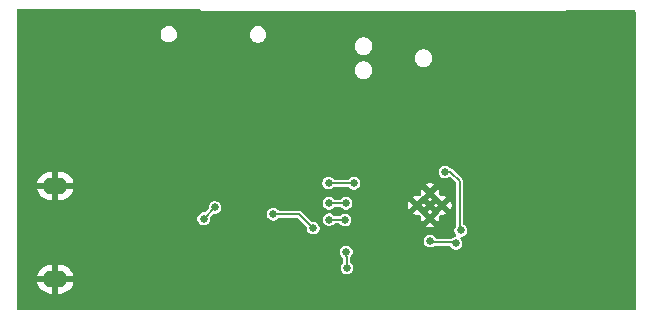
<source format=gbl>
%TF.GenerationSoftware,KiCad,Pcbnew,9.0.3*%
%TF.CreationDate,2025-09-07T13:00:31+02:00*%
%TF.ProjectId,LoTiBloxy,4c6f5469-426c-46f7-9879-2e6b69636164,rev?*%
%TF.SameCoordinates,Original*%
%TF.FileFunction,Copper,L2,Bot*%
%TF.FilePolarity,Positive*%
%FSLAX46Y46*%
G04 Gerber Fmt 4.6, Leading zero omitted, Abs format (unit mm)*
G04 Created by KiCad (PCBNEW 9.0.3) date 2025-09-07 13:00:31*
%MOMM*%
%LPD*%
G01*
G04 APERTURE LIST*
%TA.AperFunction,ComponentPad*%
%ADD10C,0.600000*%
%TD*%
%TA.AperFunction,ComponentPad*%
%ADD11O,2.108200X1.422400*%
%TD*%
%TA.AperFunction,ViaPad*%
%ADD12C,0.670000*%
%TD*%
%TA.AperFunction,Conductor*%
%ADD13C,0.200000*%
%TD*%
G04 APERTURE END LIST*
D10*
%TO.P,U2,33,EGP*%
%TO.N,GND*%
X115565000Y-99268196D03*
X114540000Y-100318196D03*
X114540000Y-98218196D03*
X114539997Y-99268196D03*
X113465000Y-99268196D03*
%TD*%
D11*
%TO.P,J3,6,Shield*%
%TO.N,GND*%
X82829299Y-97625000D03*
X82829299Y-105525000D03*
%TD*%
D12*
%TO.N,GND*%
X96174700Y-100975300D03*
X95325000Y-101750000D03*
X92850000Y-104250000D03*
X84375000Y-105525000D03*
X124495000Y-97955000D03*
X85450000Y-97750000D03*
X87050000Y-99100000D03*
X120000000Y-91875000D03*
X91650000Y-93000000D03*
X96250000Y-107600000D03*
X95321600Y-106771600D03*
X113300000Y-93738196D03*
X106400000Y-105750000D03*
X126150000Y-102725000D03*
X114525000Y-104925000D03*
X120950000Y-101900000D03*
X131075000Y-103900000D03*
X111000000Y-105150000D03*
X98166800Y-96316800D03*
X103775000Y-104200000D03*
X115640000Y-92410000D03*
X82850000Y-95950000D03*
X123700000Y-86800000D03*
X124500000Y-96300000D03*
X100875000Y-94350000D03*
X93200000Y-91200000D03*
X90450000Y-100600000D03*
X116700000Y-93700000D03*
X102880000Y-103105000D03*
X93175000Y-88975000D03*
X123250000Y-95200000D03*
X94300000Y-94000000D03*
X114350000Y-92700000D03*
X99475000Y-97325000D03*
X119585000Y-106050001D03*
X119845000Y-102795000D03*
X124600000Y-102800000D03*
X90000000Y-88975000D03*
X93250000Y-93200000D03*
X98960000Y-95140000D03*
X81225000Y-100375000D03*
X112050000Y-105850000D03*
X82850000Y-103850000D03*
X128250000Y-102800000D03*
X93088873Y-99038873D03*
X87200000Y-100250000D03*
X93975000Y-105374400D03*
X82800000Y-106825000D03*
X82850000Y-99400000D03*
X105475000Y-87600000D03*
X123245000Y-98895000D03*
X110375000Y-103896400D03*
X81200000Y-102700000D03*
X86732618Y-104056948D03*
X94350000Y-92250000D03*
X110175000Y-84575000D03*
X127250000Y-103650000D03*
X122301804Y-102798196D03*
X121900000Y-94700000D03*
X91850000Y-99650000D03*
X103250000Y-91850000D03*
X123390000Y-103640000D03*
X101600000Y-106000000D03*
X85400000Y-105150000D03*
X93975000Y-102991294D03*
X94300000Y-90200000D03*
X103250000Y-93475000D03*
X113600000Y-105850000D03*
X109480000Y-103080000D03*
X81000000Y-97600000D03*
%TO.N,/VLED*%
X95376600Y-100406600D03*
X96331902Y-99451298D03*
%TO.N,/VDD_1V8*%
X117150000Y-101400000D03*
X114550000Y-102300000D03*
X116725000Y-102500000D03*
X107500000Y-104565000D03*
X115800000Y-96450000D03*
X107450000Y-103215000D03*
%TO.N,/MCU/batCheck*%
X104650000Y-101200000D03*
X101281475Y-100025000D03*
%TO.N,/SDA*%
X106000000Y-99100000D03*
X107430000Y-99100000D03*
%TO.N,/SCL*%
X105950000Y-97375000D03*
X108090000Y-97400000D03*
%TO.N,/INTB*%
X106000000Y-100475000D03*
X107354000Y-100500000D03*
%TD*%
D13*
%TO.N,/SCL*%
X105975000Y-97400000D02*
X105950000Y-97375000D01*
X108090000Y-97400000D02*
X105975000Y-97400000D01*
%TO.N,/INTB*%
X106025000Y-100500000D02*
X106000000Y-100475000D01*
X107354000Y-100500000D02*
X106025000Y-100500000D01*
%TO.N,/SDA*%
X107430000Y-99100000D02*
X106000000Y-99100000D01*
%TO.N,/VDD_1V8*%
X117043200Y-97231200D02*
X116262000Y-96450000D01*
X117150000Y-101400000D02*
X117043200Y-101293200D01*
X117043200Y-101293200D02*
X117043200Y-97231200D01*
X116262000Y-96450000D02*
X115800000Y-96450000D01*
X116704509Y-102379509D02*
X114819507Y-102379509D01*
X116725000Y-102400000D02*
X116704509Y-102379509D01*
X116725000Y-102500000D02*
X116725000Y-102400000D01*
X114819507Y-102379509D02*
X114739998Y-102300000D01*
X114739998Y-102300000D02*
X114550000Y-102300000D01*
%TO.N,/VLED*%
X96331902Y-99451298D02*
X95376600Y-100406600D01*
%TO.N,/VDD_1V8*%
X107500000Y-103650000D02*
X107500000Y-104565000D01*
X107450000Y-103215000D02*
X107450000Y-103600000D01*
X107450000Y-103600000D02*
X107500000Y-103650000D01*
%TO.N,/MCU/batCheck*%
X103475000Y-100025000D02*
X101281475Y-100025000D01*
X104650000Y-101200000D02*
X103475000Y-100025000D01*
%TD*%
%TA.AperFunction,Conductor*%
%TO.N,GND*%
G36*
X95015677Y-82644685D02*
G01*
X95036319Y-82661319D01*
X95175000Y-82800000D01*
X126000000Y-82800000D01*
X126013681Y-82786319D01*
X126075004Y-82752834D01*
X126101362Y-82750000D01*
X131826000Y-82750000D01*
X131893039Y-82769685D01*
X131938794Y-82822489D01*
X131950000Y-82874000D01*
X131950000Y-108026000D01*
X131930315Y-108093039D01*
X131877511Y-108138794D01*
X131826000Y-108150000D01*
X79674000Y-108150000D01*
X79606961Y-108130315D01*
X79561206Y-108077511D01*
X79550000Y-108026000D01*
X79550000Y-105275000D01*
X81299699Y-105275000D01*
X82309811Y-105275000D01*
X82299247Y-105281099D01*
X82242498Y-105337848D01*
X82202371Y-105407352D01*
X82181599Y-105484872D01*
X82181599Y-105565128D01*
X82202371Y-105642648D01*
X82242498Y-105712152D01*
X82299247Y-105768901D01*
X82309811Y-105775000D01*
X81299699Y-105775000D01*
X81305025Y-105808630D01*
X81363934Y-105989936D01*
X81450488Y-106159807D01*
X81562550Y-106314045D01*
X81562550Y-106314046D01*
X81697352Y-106448848D01*
X81851591Y-106560910D01*
X82021462Y-106647464D01*
X82202772Y-106706375D01*
X82391077Y-106736200D01*
X82579299Y-106736200D01*
X82579299Y-105829800D01*
X83079299Y-105829800D01*
X83079299Y-106736200D01*
X83267521Y-106736200D01*
X83455823Y-106706375D01*
X83455826Y-106706375D01*
X83637135Y-106647464D01*
X83807006Y-106560910D01*
X83961244Y-106448848D01*
X83961245Y-106448848D01*
X84096047Y-106314046D01*
X84096047Y-106314045D01*
X84208109Y-106159807D01*
X84294663Y-105989936D01*
X84353572Y-105808630D01*
X84358899Y-105775000D01*
X83348787Y-105775000D01*
X83359351Y-105768901D01*
X83416100Y-105712152D01*
X83456227Y-105642648D01*
X83476999Y-105565128D01*
X83476999Y-105484872D01*
X83456227Y-105407352D01*
X83416100Y-105337848D01*
X83359351Y-105281099D01*
X83348787Y-105275000D01*
X84358899Y-105275000D01*
X84353572Y-105241369D01*
X84294663Y-105060063D01*
X84208109Y-104890192D01*
X84096047Y-104735954D01*
X84096047Y-104735953D01*
X83961245Y-104601151D01*
X83807006Y-104489089D01*
X83637135Y-104402535D01*
X83455825Y-104343624D01*
X83267521Y-104313800D01*
X83079299Y-104313800D01*
X83079299Y-105220200D01*
X82579299Y-105220200D01*
X82579299Y-104313800D01*
X82391077Y-104313800D01*
X82202774Y-104343624D01*
X82202771Y-104343624D01*
X82021462Y-104402535D01*
X81851591Y-104489089D01*
X81697353Y-104601151D01*
X81697352Y-104601151D01*
X81562550Y-104735953D01*
X81562550Y-104735954D01*
X81450488Y-104890192D01*
X81363934Y-105060063D01*
X81305025Y-105241369D01*
X81299699Y-105275000D01*
X79550000Y-105275000D01*
X79550000Y-103144500D01*
X106914500Y-103144500D01*
X106914500Y-103285499D01*
X106950993Y-103421694D01*
X106950994Y-103421697D01*
X107021490Y-103543801D01*
X107021492Y-103543804D01*
X107021493Y-103543805D01*
X107121195Y-103643507D01*
X107121198Y-103643509D01*
X107124764Y-103646245D01*
X107161474Y-103691821D01*
X107166185Y-103701833D01*
X107169979Y-103715989D01*
X107185489Y-103742853D01*
X107187698Y-103747547D01*
X107190940Y-103768403D01*
X107199500Y-103800346D01*
X107199500Y-104056826D01*
X107179815Y-104123865D01*
X107163181Y-104144507D01*
X107071494Y-104236193D01*
X107071490Y-104236198D01*
X107000994Y-104358302D01*
X107000993Y-104358305D01*
X106964500Y-104494500D01*
X106964500Y-104635500D01*
X106991417Y-104735954D01*
X107000993Y-104771694D01*
X107000994Y-104771697D01*
X107071490Y-104893801D01*
X107071492Y-104893804D01*
X107071493Y-104893805D01*
X107171195Y-104993507D01*
X107293305Y-105064007D01*
X107429500Y-105100500D01*
X107429502Y-105100500D01*
X107570498Y-105100500D01*
X107570500Y-105100500D01*
X107706695Y-105064007D01*
X107828805Y-104993507D01*
X107928507Y-104893805D01*
X107999007Y-104771695D01*
X108035500Y-104635500D01*
X108035500Y-104494500D01*
X107999007Y-104358305D01*
X107928507Y-104236195D01*
X107836819Y-104144507D01*
X107803334Y-104083184D01*
X107800500Y-104056826D01*
X107800500Y-103673174D01*
X107820185Y-103606135D01*
X107836819Y-103585493D01*
X107878507Y-103543805D01*
X107949007Y-103421695D01*
X107985500Y-103285500D01*
X107985500Y-103144500D01*
X107949007Y-103008305D01*
X107878507Y-102886195D01*
X107778805Y-102786493D01*
X107778804Y-102786492D01*
X107778801Y-102786490D01*
X107656697Y-102715994D01*
X107656696Y-102715993D01*
X107656695Y-102715993D01*
X107520500Y-102679500D01*
X107379500Y-102679500D01*
X107243305Y-102715993D01*
X107243302Y-102715994D01*
X107121198Y-102786490D01*
X107121193Y-102786494D01*
X107021494Y-102886193D01*
X107021490Y-102886198D01*
X106950994Y-103008302D01*
X106950993Y-103008305D01*
X106914500Y-103144500D01*
X79550000Y-103144500D01*
X79550000Y-102229500D01*
X114014500Y-102229500D01*
X114014500Y-102370500D01*
X114030310Y-102429502D01*
X114050993Y-102506694D01*
X114050994Y-102506697D01*
X114121490Y-102628801D01*
X114121492Y-102628804D01*
X114121493Y-102628805D01*
X114221195Y-102728507D01*
X114343305Y-102799007D01*
X114479500Y-102835500D01*
X114479502Y-102835500D01*
X114620498Y-102835500D01*
X114620500Y-102835500D01*
X114756695Y-102799007D01*
X114878805Y-102728507D01*
X114890984Y-102716328D01*
X114952307Y-102682843D01*
X114978665Y-102680009D01*
X116138994Y-102680009D01*
X116206033Y-102699694D01*
X116246381Y-102742009D01*
X116296490Y-102828801D01*
X116296492Y-102828804D01*
X116296493Y-102828805D01*
X116396195Y-102928507D01*
X116518305Y-102999007D01*
X116654500Y-103035500D01*
X116654502Y-103035500D01*
X116795498Y-103035500D01*
X116795500Y-103035500D01*
X116931695Y-102999007D01*
X117053805Y-102928507D01*
X117153507Y-102828805D01*
X117224007Y-102706695D01*
X117260500Y-102570500D01*
X117260500Y-102429500D01*
X117224007Y-102293305D01*
X117153507Y-102171195D01*
X117129493Y-102147181D01*
X117096008Y-102085858D01*
X117100992Y-102016166D01*
X117142864Y-101960233D01*
X117208328Y-101935816D01*
X117217174Y-101935500D01*
X117220498Y-101935500D01*
X117220500Y-101935500D01*
X117356695Y-101899007D01*
X117478805Y-101828507D01*
X117578507Y-101728805D01*
X117649007Y-101606695D01*
X117685500Y-101470500D01*
X117685500Y-101329500D01*
X117649007Y-101193305D01*
X117603495Y-101114475D01*
X117578509Y-101071198D01*
X117578505Y-101071193D01*
X117478806Y-100971494D01*
X117478801Y-100971490D01*
X117405700Y-100929285D01*
X117357484Y-100878718D01*
X117343700Y-100821898D01*
X117343700Y-97191640D01*
X117343700Y-97191638D01*
X117329525Y-97138737D01*
X117323222Y-97115212D01*
X117283660Y-97046689D01*
X116446511Y-96209540D01*
X116446509Y-96209539D01*
X116446504Y-96209535D01*
X116377995Y-96169982D01*
X116377990Y-96169979D01*
X116301559Y-96149499D01*
X116293503Y-96148439D01*
X116293914Y-96145312D01*
X116241135Y-96129815D01*
X116220493Y-96113181D01*
X116128806Y-96021494D01*
X116128801Y-96021490D01*
X116006697Y-95950994D01*
X116006696Y-95950993D01*
X116006695Y-95950993D01*
X115870500Y-95914500D01*
X115729500Y-95914500D01*
X115593305Y-95950993D01*
X115593302Y-95950994D01*
X115471198Y-96021490D01*
X115471193Y-96021494D01*
X115371494Y-96121193D01*
X115371490Y-96121198D01*
X115300994Y-96243302D01*
X115300993Y-96243305D01*
X115264500Y-96379500D01*
X115264500Y-96520499D01*
X115300993Y-96656694D01*
X115300994Y-96656697D01*
X115371490Y-96778801D01*
X115371492Y-96778804D01*
X115371493Y-96778805D01*
X115471195Y-96878507D01*
X115471196Y-96878508D01*
X115471198Y-96878509D01*
X115510142Y-96900993D01*
X115593305Y-96949007D01*
X115729500Y-96985500D01*
X115729502Y-96985500D01*
X115870498Y-96985500D01*
X115870500Y-96985500D01*
X116006695Y-96949007D01*
X116128805Y-96878507D01*
X116128805Y-96878506D01*
X116133088Y-96876034D01*
X116200988Y-96859561D01*
X116267015Y-96882414D01*
X116282769Y-96895740D01*
X116706381Y-97319352D01*
X116739866Y-97380675D01*
X116742700Y-97407033D01*
X116742700Y-101001465D01*
X116724474Y-101063532D01*
X116725556Y-101064157D01*
X116650994Y-101193302D01*
X116650993Y-101193305D01*
X116614500Y-101329500D01*
X116614500Y-101470499D01*
X116650993Y-101606694D01*
X116650994Y-101606697D01*
X116721490Y-101728801D01*
X116721494Y-101728806D01*
X116745507Y-101752819D01*
X116778992Y-101814142D01*
X116774008Y-101883834D01*
X116732136Y-101939767D01*
X116666672Y-101964184D01*
X116657826Y-101964500D01*
X116654500Y-101964500D01*
X116518305Y-102000993D01*
X116518302Y-102000994D01*
X116411951Y-102062396D01*
X116349951Y-102079009D01*
X115112345Y-102079009D01*
X115045306Y-102059324D01*
X115004958Y-102017009D01*
X114978509Y-101971198D01*
X114978505Y-101971193D01*
X114878806Y-101871494D01*
X114878801Y-101871490D01*
X114756697Y-101800994D01*
X114756696Y-101800993D01*
X114756695Y-101800993D01*
X114620500Y-101764500D01*
X114479500Y-101764500D01*
X114343305Y-101800993D01*
X114343302Y-101800994D01*
X114221198Y-101871490D01*
X114221193Y-101871494D01*
X114121494Y-101971193D01*
X114121490Y-101971198D01*
X114050994Y-102093302D01*
X114050993Y-102093305D01*
X114014500Y-102229500D01*
X79550000Y-102229500D01*
X79550000Y-100336100D01*
X94841100Y-100336100D01*
X94841100Y-100477100D01*
X94863447Y-100560499D01*
X94877593Y-100613294D01*
X94877594Y-100613297D01*
X94948090Y-100735401D01*
X94948092Y-100735404D01*
X94948093Y-100735405D01*
X95047795Y-100835107D01*
X95047796Y-100835108D01*
X95047798Y-100835109D01*
X95050760Y-100836819D01*
X95169905Y-100905607D01*
X95306100Y-100942100D01*
X95306102Y-100942100D01*
X95447098Y-100942100D01*
X95447100Y-100942100D01*
X95583295Y-100905607D01*
X95705405Y-100835107D01*
X95805107Y-100735405D01*
X95875607Y-100613295D01*
X95912100Y-100477100D01*
X95912100Y-100347432D01*
X95931785Y-100280393D01*
X95948419Y-100259751D01*
X96185053Y-100023117D01*
X96246376Y-99989632D01*
X96272734Y-99986798D01*
X96402400Y-99986798D01*
X96402402Y-99986798D01*
X96522941Y-99954500D01*
X100745975Y-99954500D01*
X100745975Y-100095500D01*
X100773842Y-100199500D01*
X100782468Y-100231694D01*
X100782469Y-100231697D01*
X100852965Y-100353801D01*
X100852967Y-100353804D01*
X100852968Y-100353805D01*
X100952670Y-100453507D01*
X101074780Y-100524007D01*
X101210975Y-100560500D01*
X101210977Y-100560500D01*
X101351973Y-100560500D01*
X101351975Y-100560500D01*
X101488170Y-100524007D01*
X101610280Y-100453507D01*
X101701968Y-100361819D01*
X101763291Y-100328334D01*
X101789649Y-100325500D01*
X103299167Y-100325500D01*
X103366206Y-100345185D01*
X103386848Y-100361819D01*
X104078181Y-101053152D01*
X104111666Y-101114475D01*
X104114500Y-101140833D01*
X104114500Y-101270500D01*
X104130310Y-101329502D01*
X104150993Y-101406694D01*
X104150994Y-101406697D01*
X104221490Y-101528801D01*
X104221492Y-101528804D01*
X104221493Y-101528805D01*
X104321195Y-101628507D01*
X104443305Y-101699007D01*
X104579500Y-101735500D01*
X104579502Y-101735500D01*
X104720498Y-101735500D01*
X104720500Y-101735500D01*
X104856695Y-101699007D01*
X104978805Y-101628507D01*
X105078507Y-101528805D01*
X105149007Y-101406695D01*
X105185500Y-101270500D01*
X105185500Y-101129500D01*
X105149007Y-100993305D01*
X105098374Y-100905605D01*
X105078509Y-100871198D01*
X105078505Y-100871193D01*
X104978806Y-100771494D01*
X104978801Y-100771490D01*
X104856697Y-100700994D01*
X104856696Y-100700993D01*
X104856695Y-100700993D01*
X104720500Y-100664500D01*
X104590833Y-100664500D01*
X104561392Y-100655855D01*
X104531406Y-100649332D01*
X104526390Y-100645577D01*
X104523794Y-100644815D01*
X104503152Y-100628181D01*
X104279471Y-100404500D01*
X105464500Y-100404500D01*
X105464500Y-100545500D01*
X105494070Y-100655855D01*
X105500993Y-100681694D01*
X105500994Y-100681697D01*
X105571490Y-100803801D01*
X105571492Y-100803804D01*
X105571493Y-100803805D01*
X105671195Y-100903507D01*
X105671196Y-100903508D01*
X105671198Y-100903509D01*
X105674832Y-100905607D01*
X105793305Y-100974007D01*
X105929500Y-101010500D01*
X105929502Y-101010500D01*
X106070498Y-101010500D01*
X106070500Y-101010500D01*
X106206695Y-100974007D01*
X106328805Y-100903507D01*
X106395494Y-100836818D01*
X106456818Y-100803334D01*
X106483175Y-100800500D01*
X106845826Y-100800500D01*
X106912865Y-100820185D01*
X106933506Y-100836818D01*
X107025195Y-100928507D01*
X107025196Y-100928508D01*
X107025198Y-100928509D01*
X107048737Y-100942099D01*
X107147305Y-100999007D01*
X107283500Y-101035500D01*
X107283502Y-101035500D01*
X107424498Y-101035500D01*
X107424500Y-101035500D01*
X107429945Y-101034041D01*
X114177706Y-101034041D01*
X114306652Y-101087453D01*
X114306656Y-101087454D01*
X114461202Y-101118195D01*
X114461206Y-101118196D01*
X114618794Y-101118196D01*
X114618797Y-101118195D01*
X114773343Y-101087454D01*
X114773347Y-101087453D01*
X114902293Y-101034041D01*
X114540001Y-100671749D01*
X114540000Y-100671749D01*
X114177706Y-101034041D01*
X107429945Y-101034041D01*
X107560695Y-100999007D01*
X107682805Y-100928507D01*
X107782507Y-100828805D01*
X107853007Y-100706695D01*
X107889500Y-100570500D01*
X107889500Y-100429500D01*
X107853007Y-100293305D01*
X107787484Y-100179815D01*
X107782509Y-100171198D01*
X107782505Y-100171193D01*
X107682806Y-100071494D01*
X107682801Y-100071490D01*
X107646642Y-100050614D01*
X107560697Y-100000994D01*
X107560696Y-100000993D01*
X107560695Y-100000993D01*
X107497429Y-99984041D01*
X113102706Y-99984041D01*
X113231652Y-100037453D01*
X113231656Y-100037454D01*
X113386202Y-100068195D01*
X113386206Y-100068196D01*
X113543794Y-100068196D01*
X113543794Y-100068195D01*
X113601526Y-100056712D01*
X113671118Y-100062939D01*
X113726295Y-100105801D01*
X113749540Y-100171691D01*
X113747336Y-100202518D01*
X113740000Y-100239402D01*
X113740000Y-100396993D01*
X113770741Y-100551539D01*
X113770743Y-100551547D01*
X113824153Y-100680489D01*
X114186446Y-100318196D01*
X114156609Y-100288359D01*
X114390000Y-100288359D01*
X114390000Y-100348033D01*
X114412836Y-100403164D01*
X114455032Y-100445360D01*
X114510163Y-100468196D01*
X114569837Y-100468196D01*
X114624968Y-100445360D01*
X114667164Y-100403164D01*
X114690000Y-100348033D01*
X114690000Y-100318196D01*
X114893553Y-100318196D01*
X115255845Y-100680489D01*
X115309257Y-100551543D01*
X115309258Y-100551539D01*
X115339999Y-100396993D01*
X115340000Y-100396990D01*
X115340000Y-100239404D01*
X115334723Y-100212878D01*
X115340949Y-100143286D01*
X115383811Y-100088108D01*
X115449700Y-100064862D01*
X115480536Y-100067068D01*
X115486205Y-100068195D01*
X115486206Y-100068196D01*
X115643794Y-100068196D01*
X115643797Y-100068195D01*
X115798343Y-100037454D01*
X115798347Y-100037453D01*
X115927293Y-99984041D01*
X115565000Y-99621749D01*
X115350927Y-99835821D01*
X115342201Y-99865540D01*
X115325567Y-99886182D01*
X114893553Y-100318196D01*
X114690000Y-100318196D01*
X114690000Y-100288359D01*
X114667164Y-100233228D01*
X114624968Y-100191032D01*
X114569837Y-100168196D01*
X114510163Y-100168196D01*
X114455032Y-100191032D01*
X114412836Y-100233228D01*
X114390000Y-100288359D01*
X114156609Y-100288359D01*
X113947371Y-100079121D01*
X113917655Y-100070396D01*
X113897013Y-100053762D01*
X113673140Y-99829889D01*
X113636444Y-99793193D01*
X114368871Y-99793193D01*
X114540028Y-99964613D01*
X114711445Y-99793197D01*
X114711445Y-99793196D01*
X114540025Y-99621777D01*
X114368871Y-99793193D01*
X113636444Y-99793193D01*
X113465001Y-99621749D01*
X113465000Y-99621749D01*
X113102706Y-99984041D01*
X107497429Y-99984041D01*
X107424500Y-99964500D01*
X107283500Y-99964500D01*
X107147305Y-100000993D01*
X107147302Y-100000994D01*
X107025198Y-100071490D01*
X107025193Y-100071494D01*
X106933507Y-100163181D01*
X106872184Y-100196666D01*
X106845826Y-100199500D01*
X106530559Y-100199500D01*
X106463520Y-100179815D01*
X106432183Y-100150986D01*
X106428505Y-100146193D01*
X106328806Y-100046494D01*
X106328801Y-100046490D01*
X106206697Y-99975994D01*
X106206696Y-99975993D01*
X106206695Y-99975993D01*
X106070500Y-99939500D01*
X105929500Y-99939500D01*
X105793305Y-99975993D01*
X105793302Y-99975994D01*
X105671198Y-100046490D01*
X105671193Y-100046494D01*
X105571494Y-100146193D01*
X105571490Y-100146198D01*
X105500994Y-100268302D01*
X105500993Y-100268305D01*
X105464500Y-100404500D01*
X104279471Y-100404500D01*
X103659513Y-99784542D01*
X103659511Y-99784540D01*
X103651826Y-99780103D01*
X103651825Y-99780102D01*
X103590991Y-99744980D01*
X103590990Y-99744979D01*
X103565513Y-99738152D01*
X103514562Y-99724500D01*
X103514560Y-99724500D01*
X101789649Y-99724500D01*
X101722610Y-99704815D01*
X101701968Y-99688181D01*
X101610281Y-99596494D01*
X101610276Y-99596490D01*
X101488172Y-99525994D01*
X101488171Y-99525993D01*
X101488170Y-99525993D01*
X101351975Y-99489500D01*
X101210975Y-99489500D01*
X101074780Y-99525993D01*
X101074777Y-99525994D01*
X100952673Y-99596490D01*
X100952668Y-99596494D01*
X100852969Y-99696193D01*
X100852965Y-99696198D01*
X100782469Y-99818302D01*
X100782468Y-99818305D01*
X100745975Y-99954500D01*
X96522941Y-99954500D01*
X96538597Y-99950305D01*
X96660707Y-99879805D01*
X96760409Y-99780103D01*
X96830909Y-99657993D01*
X96867402Y-99521798D01*
X96867402Y-99380798D01*
X96830909Y-99244603D01*
X96788125Y-99170498D01*
X96760411Y-99122496D01*
X96760407Y-99122491D01*
X96667416Y-99029500D01*
X105464500Y-99029500D01*
X105464500Y-99170500D01*
X105490678Y-99268196D01*
X105500993Y-99306694D01*
X105500994Y-99306697D01*
X105571490Y-99428801D01*
X105571492Y-99428804D01*
X105571493Y-99428805D01*
X105671195Y-99528507D01*
X105793305Y-99599007D01*
X105929500Y-99635500D01*
X105929502Y-99635500D01*
X106070498Y-99635500D01*
X106070500Y-99635500D01*
X106206695Y-99599007D01*
X106328805Y-99528507D01*
X106420493Y-99436819D01*
X106481816Y-99403334D01*
X106508174Y-99400500D01*
X106921826Y-99400500D01*
X106988865Y-99420185D01*
X107009507Y-99436819D01*
X107101195Y-99528507D01*
X107223305Y-99599007D01*
X107359500Y-99635500D01*
X107359502Y-99635500D01*
X107500498Y-99635500D01*
X107500500Y-99635500D01*
X107636695Y-99599007D01*
X107758805Y-99528507D01*
X107858507Y-99428805D01*
X107929007Y-99306695D01*
X107960436Y-99189398D01*
X112665000Y-99189398D01*
X112665000Y-99346993D01*
X112695741Y-99501539D01*
X112695743Y-99501547D01*
X112749153Y-99630489D01*
X113111446Y-99268197D01*
X113111446Y-99268195D01*
X113081610Y-99238359D01*
X113315000Y-99238359D01*
X113315000Y-99298033D01*
X113337836Y-99353164D01*
X113380032Y-99395360D01*
X113435163Y-99418196D01*
X113494837Y-99418196D01*
X113549968Y-99395360D01*
X113592164Y-99353164D01*
X113615000Y-99298033D01*
X113615000Y-99268196D01*
X113818553Y-99268196D01*
X114002498Y-99452141D01*
X114186443Y-99268196D01*
X114156606Y-99238359D01*
X114389997Y-99238359D01*
X114389997Y-99298033D01*
X114412833Y-99353164D01*
X114455029Y-99395360D01*
X114510160Y-99418196D01*
X114569834Y-99418196D01*
X114624965Y-99395360D01*
X114667161Y-99353164D01*
X114689997Y-99298033D01*
X114689997Y-99268196D01*
X114893550Y-99268196D01*
X115052498Y-99427144D01*
X115211446Y-99268196D01*
X115181609Y-99238359D01*
X115415000Y-99238359D01*
X115415000Y-99298033D01*
X115437836Y-99353164D01*
X115480032Y-99395360D01*
X115535163Y-99418196D01*
X115594837Y-99418196D01*
X115649968Y-99395360D01*
X115692164Y-99353164D01*
X115715000Y-99298033D01*
X115715000Y-99268195D01*
X115918553Y-99268195D01*
X115918553Y-99268197D01*
X116280845Y-99630489D01*
X116334257Y-99501543D01*
X116334258Y-99501539D01*
X116364999Y-99346993D01*
X116365000Y-99346990D01*
X116365000Y-99189402D01*
X116364999Y-99189398D01*
X116334258Y-99034852D01*
X116334257Y-99034848D01*
X116280845Y-98905902D01*
X115918553Y-99268195D01*
X115715000Y-99268195D01*
X115715000Y-99238359D01*
X115692164Y-99183228D01*
X115649968Y-99141032D01*
X115594837Y-99118196D01*
X115535163Y-99118196D01*
X115480032Y-99141032D01*
X115437836Y-99183228D01*
X115415000Y-99238359D01*
X115181609Y-99238359D01*
X115052498Y-99109247D01*
X114893550Y-99268196D01*
X114689997Y-99268196D01*
X114689997Y-99238359D01*
X114667161Y-99183228D01*
X114624965Y-99141032D01*
X114569834Y-99118196D01*
X114510160Y-99118196D01*
X114455029Y-99141032D01*
X114412833Y-99183228D01*
X114389997Y-99238359D01*
X114156606Y-99238359D01*
X114002498Y-99084250D01*
X113818553Y-99268196D01*
X113615000Y-99268196D01*
X113615000Y-99238359D01*
X113592164Y-99183228D01*
X113549968Y-99141032D01*
X113494837Y-99118196D01*
X113435163Y-99118196D01*
X113380032Y-99141032D01*
X113337836Y-99183228D01*
X113315000Y-99238359D01*
X113081610Y-99238359D01*
X112749153Y-98905901D01*
X112695743Y-99034844D01*
X112695741Y-99034852D01*
X112665000Y-99189398D01*
X107960436Y-99189398D01*
X107965500Y-99170500D01*
X107965500Y-99029500D01*
X107929007Y-98893305D01*
X107858507Y-98771195D01*
X107758805Y-98671493D01*
X107758804Y-98671492D01*
X107758801Y-98671490D01*
X107636697Y-98600994D01*
X107636696Y-98600993D01*
X107636695Y-98600993D01*
X107500500Y-98564500D01*
X107359500Y-98564500D01*
X107223305Y-98600993D01*
X107223302Y-98600994D01*
X107101198Y-98671490D01*
X107101193Y-98671494D01*
X107009507Y-98763181D01*
X106948184Y-98796666D01*
X106921826Y-98799500D01*
X106508174Y-98799500D01*
X106441135Y-98779815D01*
X106420493Y-98763181D01*
X106328806Y-98671494D01*
X106328801Y-98671490D01*
X106206697Y-98600994D01*
X106206696Y-98600993D01*
X106206695Y-98600993D01*
X106070500Y-98564500D01*
X105929500Y-98564500D01*
X105793305Y-98600993D01*
X105793302Y-98600994D01*
X105671198Y-98671490D01*
X105671193Y-98671494D01*
X105571494Y-98771193D01*
X105571490Y-98771198D01*
X105500994Y-98893302D01*
X105500993Y-98893305D01*
X105464500Y-99029500D01*
X96667416Y-99029500D01*
X96660708Y-99022792D01*
X96660703Y-99022788D01*
X96538599Y-98952292D01*
X96538598Y-98952291D01*
X96538597Y-98952291D01*
X96402402Y-98915798D01*
X96261402Y-98915798D01*
X96125207Y-98952291D01*
X96125204Y-98952292D01*
X96003100Y-99022788D01*
X96003095Y-99022792D01*
X95903396Y-99122491D01*
X95903392Y-99122496D01*
X95832896Y-99244600D01*
X95832895Y-99244603D01*
X95796402Y-99380798D01*
X95796402Y-99510464D01*
X95776717Y-99577503D01*
X95760083Y-99598145D01*
X95523447Y-99834781D01*
X95462124Y-99868266D01*
X95435766Y-99871100D01*
X95306100Y-99871100D01*
X95169905Y-99907593D01*
X95169902Y-99907594D01*
X95047798Y-99978090D01*
X95047793Y-99978094D01*
X94948094Y-100077793D01*
X94948090Y-100077798D01*
X94877594Y-100199902D01*
X94877593Y-100199905D01*
X94841100Y-100336100D01*
X79550000Y-100336100D01*
X79550000Y-97375000D01*
X81299699Y-97375000D01*
X82309811Y-97375000D01*
X82299247Y-97381099D01*
X82242498Y-97437848D01*
X82202371Y-97507352D01*
X82181599Y-97584872D01*
X82181599Y-97665128D01*
X82202371Y-97742648D01*
X82242498Y-97812152D01*
X82299247Y-97868901D01*
X82309811Y-97875000D01*
X81299699Y-97875000D01*
X81305025Y-97908630D01*
X81363934Y-98089936D01*
X81450488Y-98259807D01*
X81562550Y-98414045D01*
X81562550Y-98414046D01*
X81697352Y-98548848D01*
X81851591Y-98660910D01*
X82021462Y-98747464D01*
X82202772Y-98806375D01*
X82391077Y-98836200D01*
X82579299Y-98836200D01*
X82579299Y-97929800D01*
X83079299Y-97929800D01*
X83079299Y-98836200D01*
X83267521Y-98836200D01*
X83455823Y-98806375D01*
X83455826Y-98806375D01*
X83637135Y-98747464D01*
X83807006Y-98660910D01*
X83956425Y-98552349D01*
X113102705Y-98552349D01*
X113464999Y-98914642D01*
X113636658Y-98742984D01*
X114368551Y-98742984D01*
X114368551Y-98743409D01*
X114539961Y-98914642D01*
X114539998Y-98914642D01*
X114711445Y-98743194D01*
X114711445Y-98743193D01*
X114540001Y-98571749D01*
X114539964Y-98571749D01*
X114368551Y-98742984D01*
X113636658Y-98742984D01*
X113775740Y-98603903D01*
X113897015Y-98482628D01*
X113952080Y-98452560D01*
X114186446Y-98218195D01*
X114156610Y-98188359D01*
X114390000Y-98188359D01*
X114390000Y-98248033D01*
X114412836Y-98303164D01*
X114455032Y-98345360D01*
X114510163Y-98368196D01*
X114569837Y-98368196D01*
X114624968Y-98345360D01*
X114667164Y-98303164D01*
X114690000Y-98248033D01*
X114690000Y-98218195D01*
X114893553Y-98218195D01*
X114893553Y-98218196D01*
X115325566Y-98650209D01*
X115355636Y-98705278D01*
X115565000Y-98914642D01*
X115927293Y-98552349D01*
X115798351Y-98498939D01*
X115798343Y-98498937D01*
X115643797Y-98468196D01*
X115486200Y-98468196D01*
X115480526Y-98469325D01*
X115410935Y-98463095D01*
X115355759Y-98420229D01*
X115332517Y-98354339D01*
X115334723Y-98323512D01*
X115340000Y-98296986D01*
X115340000Y-98139402D01*
X115339999Y-98139398D01*
X115309258Y-97984852D01*
X115309257Y-97984848D01*
X115255845Y-97855902D01*
X114893553Y-98218195D01*
X114690000Y-98218195D01*
X114690000Y-98188359D01*
X114667164Y-98133228D01*
X114624968Y-98091032D01*
X114569837Y-98068196D01*
X114510163Y-98068196D01*
X114455032Y-98091032D01*
X114412836Y-98133228D01*
X114390000Y-98188359D01*
X114156610Y-98188359D01*
X113824153Y-97855901D01*
X113770743Y-97984844D01*
X113770741Y-97984852D01*
X113740000Y-98139398D01*
X113740000Y-98296989D01*
X113747336Y-98333873D01*
X113741107Y-98403464D01*
X113698243Y-98458641D01*
X113632353Y-98481884D01*
X113601528Y-98479680D01*
X113543792Y-98468196D01*
X113386202Y-98468196D01*
X113231656Y-98498937D01*
X113231648Y-98498939D01*
X113102705Y-98552349D01*
X83956425Y-98552349D01*
X83961244Y-98548848D01*
X83961245Y-98548848D01*
X84096047Y-98414046D01*
X84096047Y-98414045D01*
X84208109Y-98259807D01*
X84294663Y-98089936D01*
X84353572Y-97908630D01*
X84358899Y-97875000D01*
X83348787Y-97875000D01*
X83359351Y-97868901D01*
X83416100Y-97812152D01*
X83456227Y-97742648D01*
X83476999Y-97665128D01*
X83476999Y-97584872D01*
X83456227Y-97507352D01*
X83416100Y-97437848D01*
X83359351Y-97381099D01*
X83348787Y-97375000D01*
X84358899Y-97375000D01*
X84353572Y-97341367D01*
X84351403Y-97334690D01*
X84341594Y-97304500D01*
X105414500Y-97304500D01*
X105414500Y-97445500D01*
X105432070Y-97511070D01*
X105450993Y-97581694D01*
X105450994Y-97581697D01*
X105521490Y-97703801D01*
X105521492Y-97703804D01*
X105521493Y-97703805D01*
X105621195Y-97803507D01*
X105621196Y-97803508D01*
X105621198Y-97803509D01*
X105664493Y-97828505D01*
X105743305Y-97874007D01*
X105879500Y-97910500D01*
X105879502Y-97910500D01*
X106020498Y-97910500D01*
X106020500Y-97910500D01*
X106156695Y-97874007D01*
X106278805Y-97803507D01*
X106345494Y-97736818D01*
X106406818Y-97703334D01*
X106433175Y-97700500D01*
X107581826Y-97700500D01*
X107648865Y-97720185D01*
X107669506Y-97736818D01*
X107761195Y-97828507D01*
X107883305Y-97899007D01*
X108019500Y-97935500D01*
X108019502Y-97935500D01*
X108160498Y-97935500D01*
X108160500Y-97935500D01*
X108296695Y-97899007D01*
X108418805Y-97828507D01*
X108518507Y-97728805D01*
X108589007Y-97606695D01*
X108616966Y-97502349D01*
X114177705Y-97502349D01*
X114540000Y-97864642D01*
X114540001Y-97864642D01*
X114902293Y-97502349D01*
X114773351Y-97448939D01*
X114773343Y-97448937D01*
X114618797Y-97418196D01*
X114461202Y-97418196D01*
X114306656Y-97448937D01*
X114306648Y-97448939D01*
X114177705Y-97502349D01*
X108616966Y-97502349D01*
X108625500Y-97470500D01*
X108625500Y-97329500D01*
X108589007Y-97193305D01*
X108518507Y-97071195D01*
X108418805Y-96971493D01*
X108418804Y-96971492D01*
X108418801Y-96971490D01*
X108296697Y-96900994D01*
X108296696Y-96900993D01*
X108296695Y-96900993D01*
X108160500Y-96864500D01*
X108019500Y-96864500D01*
X107883305Y-96900993D01*
X107883302Y-96900994D01*
X107761198Y-96971490D01*
X107761193Y-96971494D01*
X107669507Y-97063181D01*
X107608184Y-97096666D01*
X107581826Y-97099500D01*
X106480559Y-97099500D01*
X106413520Y-97079815D01*
X106382183Y-97050986D01*
X106378505Y-97046193D01*
X106278806Y-96946494D01*
X106278801Y-96946490D01*
X106156697Y-96875994D01*
X106156696Y-96875993D01*
X106156695Y-96875993D01*
X106020500Y-96839500D01*
X105879500Y-96839500D01*
X105743305Y-96875993D01*
X105743302Y-96875994D01*
X105621198Y-96946490D01*
X105621193Y-96946494D01*
X105521494Y-97046193D01*
X105521490Y-97046198D01*
X105450994Y-97168302D01*
X105450993Y-97168305D01*
X105414500Y-97304500D01*
X84341594Y-97304500D01*
X84294663Y-97160063D01*
X84208109Y-96990192D01*
X84096047Y-96835954D01*
X84096047Y-96835953D01*
X83961245Y-96701151D01*
X83807006Y-96589089D01*
X83637135Y-96502535D01*
X83455825Y-96443624D01*
X83267521Y-96413800D01*
X83079299Y-96413800D01*
X83079299Y-97320200D01*
X82579299Y-97320200D01*
X82579299Y-96413800D01*
X82391077Y-96413800D01*
X82202774Y-96443624D01*
X82202771Y-96443624D01*
X82021462Y-96502535D01*
X81851591Y-96589089D01*
X81697353Y-96701151D01*
X81697352Y-96701151D01*
X81562550Y-96835953D01*
X81562550Y-96835954D01*
X81450488Y-96990192D01*
X81363934Y-97160063D01*
X81305025Y-97341369D01*
X81299699Y-97375000D01*
X79550000Y-97375000D01*
X79550000Y-87742540D01*
X108174200Y-87742540D01*
X108174200Y-87889459D01*
X108202858Y-88033534D01*
X108202861Y-88033544D01*
X108259078Y-88169266D01*
X108259083Y-88169275D01*
X108340698Y-88291419D01*
X108340701Y-88291423D01*
X108444576Y-88395298D01*
X108444580Y-88395301D01*
X108566724Y-88476916D01*
X108566730Y-88476919D01*
X108566731Y-88476920D01*
X108702458Y-88533140D01*
X108846540Y-88561799D01*
X108846544Y-88561800D01*
X108846545Y-88561800D01*
X108993456Y-88561800D01*
X108993457Y-88561799D01*
X109137542Y-88533140D01*
X109273269Y-88476920D01*
X109395420Y-88395301D01*
X109499301Y-88291420D01*
X109580920Y-88169269D01*
X109637140Y-88033542D01*
X109665800Y-87889455D01*
X109665800Y-87742545D01*
X109637140Y-87598458D01*
X109580920Y-87462731D01*
X109580919Y-87462730D01*
X109580916Y-87462724D01*
X109499301Y-87340580D01*
X109499298Y-87340576D01*
X109395423Y-87236701D01*
X109395419Y-87236698D01*
X109273275Y-87155083D01*
X109273266Y-87155078D01*
X109137544Y-87098861D01*
X109137545Y-87098861D01*
X109137542Y-87098860D01*
X109137538Y-87098859D01*
X109137534Y-87098858D01*
X108993459Y-87070200D01*
X108993455Y-87070200D01*
X108846545Y-87070200D01*
X108846540Y-87070200D01*
X108702465Y-87098858D01*
X108702455Y-87098861D01*
X108566733Y-87155078D01*
X108566724Y-87155083D01*
X108444580Y-87236698D01*
X108444576Y-87236701D01*
X108340701Y-87340576D01*
X108340698Y-87340580D01*
X108259083Y-87462724D01*
X108259078Y-87462733D01*
X108202861Y-87598455D01*
X108202858Y-87598465D01*
X108174200Y-87742540D01*
X79550000Y-87742540D01*
X79550000Y-86726540D01*
X113254200Y-86726540D01*
X113254200Y-86873459D01*
X113282858Y-87017534D01*
X113282861Y-87017544D01*
X113339078Y-87153266D01*
X113339083Y-87153275D01*
X113420698Y-87275419D01*
X113420701Y-87275423D01*
X113524576Y-87379298D01*
X113524580Y-87379301D01*
X113646724Y-87460916D01*
X113646730Y-87460919D01*
X113646731Y-87460920D01*
X113782458Y-87517140D01*
X113926540Y-87545799D01*
X113926544Y-87545800D01*
X113926545Y-87545800D01*
X114073456Y-87545800D01*
X114073457Y-87545799D01*
X114217542Y-87517140D01*
X114353269Y-87460920D01*
X114475420Y-87379301D01*
X114579301Y-87275420D01*
X114660920Y-87153269D01*
X114717140Y-87017542D01*
X114745800Y-86873455D01*
X114745800Y-86726545D01*
X114717140Y-86582458D01*
X114660920Y-86446731D01*
X114660919Y-86446730D01*
X114660916Y-86446724D01*
X114579301Y-86324580D01*
X114579298Y-86324576D01*
X114475423Y-86220701D01*
X114475419Y-86220698D01*
X114353275Y-86139083D01*
X114353266Y-86139078D01*
X114217544Y-86082861D01*
X114217545Y-86082861D01*
X114217542Y-86082860D01*
X114217538Y-86082859D01*
X114217534Y-86082858D01*
X114073459Y-86054200D01*
X114073455Y-86054200D01*
X113926545Y-86054200D01*
X113926540Y-86054200D01*
X113782465Y-86082858D01*
X113782455Y-86082861D01*
X113646733Y-86139078D01*
X113646724Y-86139083D01*
X113524580Y-86220698D01*
X113524576Y-86220701D01*
X113420701Y-86324576D01*
X113420698Y-86324580D01*
X113339083Y-86446724D01*
X113339078Y-86446733D01*
X113282861Y-86582455D01*
X113282858Y-86582465D01*
X113254200Y-86726540D01*
X79550000Y-86726540D01*
X79550000Y-85710540D01*
X108174200Y-85710540D01*
X108174200Y-85857459D01*
X108202858Y-86001534D01*
X108202861Y-86001544D01*
X108259078Y-86137266D01*
X108259083Y-86137275D01*
X108340698Y-86259419D01*
X108340701Y-86259423D01*
X108444576Y-86363298D01*
X108444580Y-86363301D01*
X108566724Y-86444916D01*
X108566730Y-86444919D01*
X108566731Y-86444920D01*
X108702458Y-86501140D01*
X108846540Y-86529799D01*
X108846544Y-86529800D01*
X108846545Y-86529800D01*
X108993456Y-86529800D01*
X108993457Y-86529799D01*
X109137542Y-86501140D01*
X109273269Y-86444920D01*
X109395420Y-86363301D01*
X109499301Y-86259420D01*
X109580920Y-86137269D01*
X109637140Y-86001542D01*
X109665800Y-85857455D01*
X109665800Y-85710545D01*
X109637140Y-85566458D01*
X109588313Y-85448580D01*
X109580921Y-85430733D01*
X109580916Y-85430724D01*
X109499301Y-85308580D01*
X109499298Y-85308576D01*
X109395423Y-85204701D01*
X109395419Y-85204698D01*
X109273275Y-85123083D01*
X109273266Y-85123078D01*
X109137544Y-85066861D01*
X109137545Y-85066861D01*
X109137542Y-85066860D01*
X109137538Y-85066859D01*
X109137534Y-85066858D01*
X108993459Y-85038200D01*
X108993455Y-85038200D01*
X108846545Y-85038200D01*
X108846540Y-85038200D01*
X108702465Y-85066858D01*
X108702455Y-85066861D01*
X108566733Y-85123078D01*
X108566724Y-85123083D01*
X108444580Y-85204698D01*
X108444576Y-85204701D01*
X108340701Y-85308576D01*
X108340698Y-85308580D01*
X108259083Y-85430724D01*
X108259078Y-85430733D01*
X108202861Y-85566455D01*
X108202858Y-85566465D01*
X108174200Y-85710540D01*
X79550000Y-85710540D01*
X79550000Y-84843995D01*
X91724499Y-84843995D01*
X91751418Y-84979322D01*
X91751421Y-84979332D01*
X91804221Y-85106804D01*
X91804228Y-85106817D01*
X91880885Y-85221541D01*
X91880888Y-85221545D01*
X91978454Y-85319111D01*
X91978458Y-85319114D01*
X92093182Y-85395771D01*
X92093195Y-85395778D01*
X92177585Y-85430733D01*
X92220672Y-85448580D01*
X92220676Y-85448580D01*
X92220677Y-85448581D01*
X92356004Y-85475500D01*
X92356007Y-85475500D01*
X92493995Y-85475500D01*
X92585041Y-85457389D01*
X92629328Y-85448580D01*
X92756811Y-85395775D01*
X92871542Y-85319114D01*
X92969114Y-85221542D01*
X93045775Y-85106811D01*
X93098580Y-84979328D01*
X93120527Y-84868995D01*
X99274499Y-84868995D01*
X99301418Y-85004322D01*
X99301421Y-85004332D01*
X99354221Y-85131804D01*
X99354228Y-85131817D01*
X99430885Y-85246541D01*
X99430888Y-85246545D01*
X99528454Y-85344111D01*
X99528458Y-85344114D01*
X99643182Y-85420771D01*
X99643195Y-85420778D01*
X99770667Y-85473578D01*
X99770672Y-85473580D01*
X99770676Y-85473580D01*
X99770677Y-85473581D01*
X99906004Y-85500500D01*
X99906007Y-85500500D01*
X100043995Y-85500500D01*
X100135041Y-85482389D01*
X100179328Y-85473580D01*
X100306811Y-85420775D01*
X100421542Y-85344114D01*
X100519114Y-85246542D01*
X100595775Y-85131811D01*
X100599392Y-85123080D01*
X100648578Y-85004332D01*
X100648580Y-85004328D01*
X100675500Y-84868993D01*
X100675500Y-84731007D01*
X100675500Y-84731004D01*
X100648581Y-84595677D01*
X100648580Y-84595676D01*
X100648580Y-84595672D01*
X100638223Y-84570667D01*
X100595778Y-84468195D01*
X100595771Y-84468182D01*
X100519114Y-84353458D01*
X100519111Y-84353454D01*
X100421545Y-84255888D01*
X100421541Y-84255885D01*
X100306817Y-84179228D01*
X100306804Y-84179221D01*
X100179332Y-84126421D01*
X100179322Y-84126418D01*
X100043995Y-84099500D01*
X100043993Y-84099500D01*
X99906007Y-84099500D01*
X99906005Y-84099500D01*
X99770677Y-84126418D01*
X99770667Y-84126421D01*
X99643195Y-84179221D01*
X99643182Y-84179228D01*
X99528458Y-84255885D01*
X99528454Y-84255888D01*
X99430888Y-84353454D01*
X99430885Y-84353458D01*
X99354228Y-84468182D01*
X99354221Y-84468195D01*
X99301421Y-84595667D01*
X99301418Y-84595677D01*
X99274500Y-84731004D01*
X99274500Y-84731007D01*
X99274500Y-84868993D01*
X99274500Y-84868995D01*
X99274499Y-84868995D01*
X93120527Y-84868995D01*
X93125500Y-84843993D01*
X93125500Y-84706007D01*
X93125500Y-84706004D01*
X93098581Y-84570677D01*
X93098580Y-84570676D01*
X93098580Y-84570672D01*
X93056133Y-84468195D01*
X93045778Y-84443195D01*
X93045771Y-84443182D01*
X92969114Y-84328458D01*
X92969111Y-84328454D01*
X92871545Y-84230888D01*
X92871541Y-84230885D01*
X92756817Y-84154228D01*
X92756804Y-84154221D01*
X92629332Y-84101421D01*
X92629322Y-84101418D01*
X92493995Y-84074500D01*
X92493993Y-84074500D01*
X92356007Y-84074500D01*
X92356005Y-84074500D01*
X92220677Y-84101418D01*
X92220667Y-84101421D01*
X92093195Y-84154221D01*
X92093182Y-84154228D01*
X91978458Y-84230885D01*
X91978454Y-84230888D01*
X91880888Y-84328454D01*
X91880885Y-84328458D01*
X91804228Y-84443182D01*
X91804221Y-84443195D01*
X91751421Y-84570667D01*
X91751418Y-84570677D01*
X91724500Y-84706004D01*
X91724500Y-84706007D01*
X91724500Y-84843993D01*
X91724500Y-84843995D01*
X91724499Y-84843995D01*
X79550000Y-84843995D01*
X79550000Y-82749000D01*
X79569685Y-82681961D01*
X79622489Y-82636206D01*
X79674000Y-82625000D01*
X94948638Y-82625000D01*
X95015677Y-82644685D01*
G37*
%TD.AperFunction*%
%TD*%
M02*

</source>
